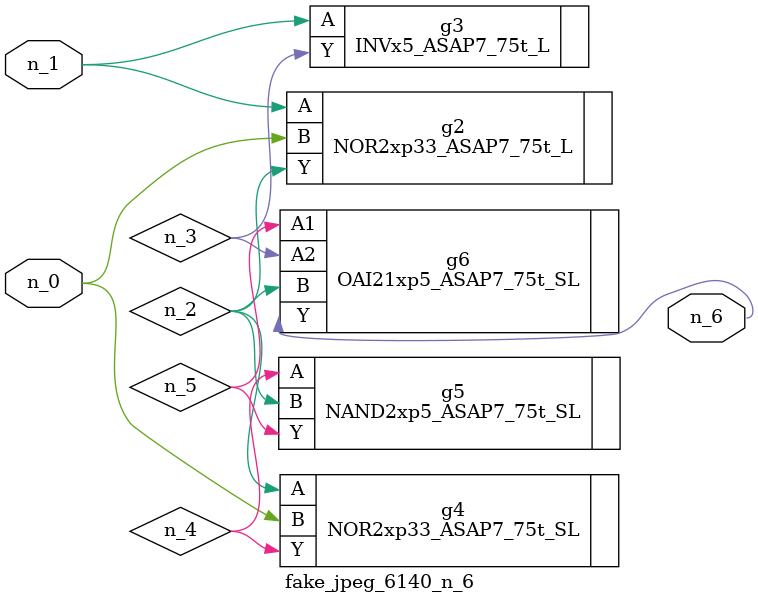
<source format=v>
module fake_jpeg_6140_n_6 (n_0, n_1, n_6);

input n_0;
input n_1;

output n_6;

wire n_2;
wire n_3;
wire n_4;
wire n_5;

NOR2xp33_ASAP7_75t_L g2 ( 
.A(n_1),
.B(n_0),
.Y(n_2)
);

INVx5_ASAP7_75t_L g3 ( 
.A(n_1),
.Y(n_3)
);

NOR2xp33_ASAP7_75t_SL g4 ( 
.A(n_2),
.B(n_0),
.Y(n_4)
);

NAND2xp5_ASAP7_75t_SL g5 ( 
.A(n_4),
.B(n_2),
.Y(n_5)
);

OAI21xp5_ASAP7_75t_SL g6 ( 
.A1(n_5),
.A2(n_3),
.B(n_2),
.Y(n_6)
);


endmodule
</source>
